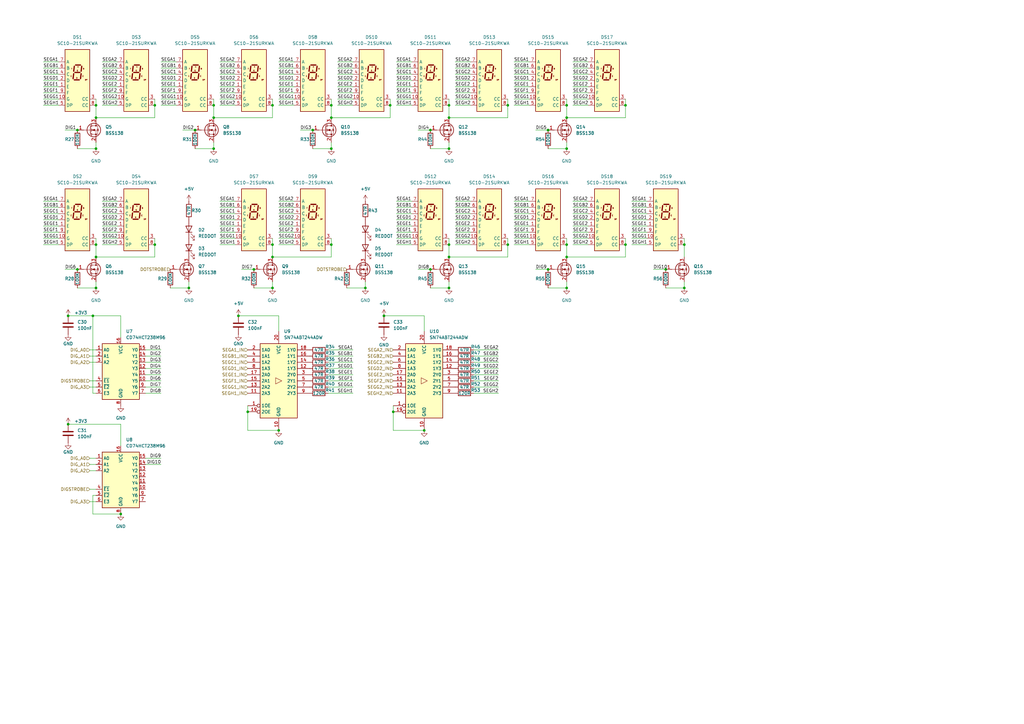
<source format=kicad_sch>
(kicad_sch (version 20250114) (generator "eeschema") (generator_version "9.0")
  (paper "A3")
  (junction (at 114.3 176.53))
  (junction (at 224.79 53.34))
  (junction (at 49.53 210.82))
  (junction (at 111.76 105.41))
  (junction (at 149.86 118.11))
  (junction (at 87.63 48.26))
  (junction (at 184.15 118.11))
  (junction (at 87.63 60.96))
  (junction (at 135.89 48.26))
  (junction (at 77.47 118.11))
  (junction (at 39.37 48.26))
  (junction (at 39.37 118.11))
  (junction (at 256.54 43.18))
  (junction (at 101.6 168.91))
  (junction (at 176.53 110.49))
  (junction (at 184.15 48.26))
  (junction (at 224.79 110.49))
  (junction (at 173.99 176.53))
  (junction (at 135.89 100.33))
  (junction (at 39.37 105.41))
  (junction (at 39.37 60.96))
  (junction (at 184.15 43.18))
  (junction (at 80.01 53.34))
  (junction (at 208.28 100.33))
  (junction (at 128.27 53.34))
  (junction (at 63.5 43.18))
  (junction (at 256.54 100.33))
  (junction (at 97.79 129.54))
  (junction (at 87.63 43.18))
  (junction (at 31.75 53.34))
  (junction (at 111.76 43.18))
  (junction (at 31.75 110.49))
  (junction (at 27.94 129.54))
  (junction (at 184.15 100.33))
  (junction (at 232.41 60.96))
  (junction (at 184.15 105.41))
  (junction (at 135.89 43.18))
  (junction (at 104.14 110.49))
  (junction (at 39.37 43.18))
  (junction (at 208.28 43.18))
  (junction (at 232.41 118.11))
  (junction (at 111.76 100.33))
  (junction (at 161.29 168.91))
  (junction (at 280.67 100.33))
  (junction (at 232.41 48.26))
  (junction (at 63.5 100.33))
  (junction (at 176.53 53.34))
  (junction (at 111.76 118.11))
  (junction (at 157.48 129.54))
  (junction (at 27.94 173.99))
  (junction (at 39.37 100.33))
  (junction (at 232.41 100.33))
  (junction (at 184.15 60.96))
  (junction (at 280.67 118.11))
  (junction (at 232.41 43.18))
  (junction (at 135.89 60.96))
  (junction (at 273.05 110.49))
  (junction (at 38.1 129.54))
  (junction (at 232.41 105.41))
  (junction (at 160.02 43.18))
  (wire (pts (xy 138.43 27.94) (xy 144.78 27.94)))
  (wire (pts (xy 232.41 97.79) (xy 232.41 100.33)))
  (wire (pts (xy 90.17 25.4) (xy 96.52 25.4)))
  (wire (pts (xy 17.78 82.55) (xy 24.13 82.55)))
  (wire (pts (xy 63.5 43.18) (xy 63.5 40.64)))
  (wire (pts (xy 232.41 40.64) (xy 232.41 43.18)))
  (wire (pts (xy 162.56 97.79) (xy 168.91 97.79)))
  (wire (pts (xy 49.53 173.99) (xy 49.53 182.88)))
  (wire (pts (xy 219.71 53.34) (xy 224.79 53.34)))
  (wire (pts (xy 90.17 95.25) (xy 96.52 95.25)))
  (wire (pts (xy 210.82 38.1) (xy 217.17 38.1)))
  (wire (pts (xy 210.82 90.17) (xy 217.17 90.17)))
  (wire (pts (xy 259.08 85.09) (xy 265.43 85.09)))
  (wire (pts (xy 184.15 100.33) (xy 184.15 105.41)))
  (wire (pts (xy 186.69 38.1) (xy 193.04 38.1)))
  (wire (pts (xy 90.17 38.1) (xy 96.52 38.1)))
  (wire (pts (xy 17.78 40.64) (xy 24.13 40.64)))
  (wire (pts (xy 162.56 40.64) (xy 168.91 40.64)))
  (wire (pts (xy 208.28 43.18) (xy 208.28 40.64)))
  (wire (pts (xy 90.17 35.56) (xy 96.52 35.56)))
  (wire (pts (xy 171.45 110.49) (xy 176.53 110.49)))
  (wire (pts (xy 134.62 161.29) (xy 144.78 161.29)))
  (wire (pts (xy 184.15 118.11) (xy 184.15 115.57)))
  (wire (pts (xy 186.69 82.55) (xy 193.04 82.55)))
  (wire (pts (xy 186.69 25.4) (xy 193.04 25.4)))
  (wire (pts (xy 256.54 97.79) (xy 256.54 100.33)))
  (wire (pts (xy 41.91 100.33) (xy 48.26 100.33)))
  (wire (pts (xy 161.29 168.91) (xy 161.29 176.53)))
  (wire (pts (xy 38.1 203.2) (xy 38.1 210.82)))
  (wire (pts (xy 194.31 158.75) (xy 204.47 158.75)))
  (wire (pts (xy 114.3 100.33) (xy 120.65 100.33)))
  (wire (pts (xy 90.17 87.63) (xy 96.52 87.63)))
  (wire (pts (xy 90.17 43.18) (xy 96.52 43.18)))
  (wire (pts (xy 114.3 43.18) (xy 120.65 43.18)))
  (wire (pts (xy 186.69 40.64) (xy 193.04 40.64)))
  (wire (pts (xy 90.17 40.64) (xy 96.52 40.64)))
  (wire (pts (xy 59.69 187.96) (xy 66.04 187.96)))
  (wire (pts (xy 186.69 85.09) (xy 193.04 85.09)))
  (wire (pts (xy 77.47 115.57) (xy 77.47 118.11)))
  (wire (pts (xy 111.76 100.33) (xy 111.76 105.41)))
  (wire (pts (xy 114.3 87.63) (xy 120.65 87.63)))
  (wire (pts (xy 194.31 146.05) (xy 204.47 146.05)))
  (wire (pts (xy 162.56 38.1) (xy 168.91 38.1)))
  (wire (pts (xy 234.95 92.71) (xy 241.3 92.71)))
  (wire (pts (xy 184.15 48.26) (xy 208.28 48.26)))
  (wire (pts (xy 138.43 38.1) (xy 144.78 38.1)))
  (wire (pts (xy 234.95 82.55) (xy 241.3 82.55)))
  (wire (pts (xy 63.5 48.26) (xy 63.5 43.18)))
  (wire (pts (xy 27.94 173.99) (xy 49.53 173.99)))
  (wire (pts (xy 138.43 43.18) (xy 144.78 43.18)))
  (wire (pts (xy 36.83 200.66) (xy 39.37 200.66)))
  (wire (pts (xy 186.69 92.71) (xy 193.04 92.71)))
  (wire (pts (xy 99.06 110.49) (xy 104.14 110.49)))
  (wire (pts (xy 17.78 85.09) (xy 24.13 85.09)))
  (wire (pts (xy 186.69 100.33) (xy 193.04 100.33)))
  (wire (pts (xy 128.27 60.96) (xy 135.89 60.96)))
  (wire (pts (xy 210.82 43.18) (xy 217.17 43.18)))
  (wire (pts (xy 160.02 48.26) (xy 160.02 43.18)))
  (wire (pts (xy 138.43 35.56) (xy 144.78 35.56)))
  (wire (pts (xy 59.69 153.67) (xy 66.04 153.67)))
  (wire (pts (xy 59.69 190.5) (xy 66.04 190.5)))
  (wire (pts (xy 36.83 148.59) (xy 39.37 148.59)))
  (wire (pts (xy 87.63 40.64) (xy 87.63 43.18)))
  (wire (pts (xy 161.29 166.37) (xy 161.29 168.91)))
  (wire (pts (xy 259.08 97.79) (xy 265.43 97.79)))
  (wire (pts (xy 157.48 129.54) (xy 173.99 129.54)))
  (wire (pts (xy 186.69 87.63) (xy 193.04 87.63)))
  (wire (pts (xy 208.28 97.79) (xy 208.28 100.33)))
  (wire (pts (xy 17.78 95.25) (xy 24.13 95.25)))
  (wire (pts (xy 210.82 95.25) (xy 217.17 95.25)))
  (wire (pts (xy 135.89 97.79) (xy 135.89 100.33)))
  (wire (pts (xy 59.69 148.59) (xy 66.04 148.59)))
  (wire (pts (xy 280.67 97.79) (xy 280.67 100.33)))
  (wire (pts (xy 111.76 40.64) (xy 111.76 43.18)))
  (wire (pts (xy 162.56 100.33) (xy 168.91 100.33)))
  (wire (pts (xy 184.15 40.64) (xy 184.15 43.18)))
  (wire (pts (xy 59.69 156.21) (xy 66.04 156.21)))
  (wire (pts (xy 17.78 87.63) (xy 24.13 87.63)))
  (wire (pts (xy 31.75 60.96) (xy 39.37 60.96)))
  (wire (pts (xy 186.69 97.79) (xy 193.04 97.79)))
  (wire (pts (xy 41.91 30.48) (xy 48.26 30.48)))
  (wire (pts (xy 31.75 118.11) (xy 39.37 118.11)))
  (wire (pts (xy 232.41 48.26) (xy 256.54 48.26)))
  (wire (pts (xy 256.54 100.33) (xy 256.54 105.41)))
  (wire (pts (xy 138.43 30.48) (xy 144.78 30.48)))
  (wire (pts (xy 38.1 210.82) (xy 49.53 210.82)))
  (wire (pts (xy 114.3 38.1) (xy 120.65 38.1)))
  (wire (pts (xy 59.69 143.51) (xy 66.04 143.51)))
  (wire (pts (xy 114.3 25.4) (xy 120.65 25.4)))
  (wire (pts (xy 149.86 115.57) (xy 149.86 118.11)))
  (wire (pts (xy 90.17 85.09) (xy 96.52 85.09)))
  (wire (pts (xy 142.24 118.11) (xy 149.86 118.11)))
  (wire (pts (xy 135.89 43.18) (xy 135.89 48.26)))
  (wire (pts (xy 66.04 43.18) (xy 72.39 43.18)))
  (wire (pts (xy 162.56 35.56) (xy 168.91 35.56)))
  (wire (pts (xy 87.63 43.18) (xy 87.63 48.26)))
  (wire (pts (xy 234.95 100.33) (xy 241.3 100.33)))
  (wire (pts (xy 234.95 85.09) (xy 241.3 85.09)))
  (wire (pts (xy 66.04 38.1) (xy 72.39 38.1)))
  (wire (pts (xy 210.82 92.71) (xy 217.17 92.71)))
  (wire (pts (xy 210.82 87.63) (xy 217.17 87.63)))
  (wire (pts (xy 90.17 90.17) (xy 96.52 90.17)))
  (wire (pts (xy 17.78 92.71) (xy 24.13 92.71)))
  (wire (pts (xy 161.29 176.53) (xy 173.99 176.53)))
  (wire (pts (xy 17.78 38.1) (xy 24.13 38.1)))
  (wire (pts (xy 97.79 129.54) (xy 114.3 129.54)))
  (wire (pts (xy 41.91 82.55) (xy 48.26 82.55)))
  (wire (pts (xy 66.04 30.48) (xy 72.39 30.48)))
  (wire (pts (xy 234.95 43.18) (xy 241.3 43.18)))
  (wire (pts (xy 280.67 118.11) (xy 280.67 115.57)))
  (wire (pts (xy 36.83 193.04) (xy 39.37 193.04)))
  (wire (pts (xy 224.79 60.96) (xy 232.41 60.96)))
  (wire (pts (xy 176.53 60.96) (xy 184.15 60.96)))
  (wire (pts (xy 39.37 48.26) (xy 63.5 48.26)))
  (wire (pts (xy 39.37 40.64) (xy 39.37 43.18)))
  (wire (pts (xy 111.76 105.41) (xy 135.89 105.41)))
  (wire (pts (xy 114.3 82.55) (xy 120.65 82.55)))
  (wire (pts (xy 90.17 82.55) (xy 96.52 82.55)))
  (wire (pts (xy 39.37 161.29) (xy 38.1 161.29)))
  (wire (pts (xy 90.17 100.33) (xy 96.52 100.33)))
  (wire (pts (xy 90.17 92.71) (xy 96.52 92.71)))
  (wire (pts (xy 186.69 43.18) (xy 193.04 43.18)))
  (wire (pts (xy 194.31 161.29) (xy 204.47 161.29)))
  (wire (pts (xy 49.53 129.54) (xy 49.53 138.43)))
  (wire (pts (xy 87.63 48.26) (xy 111.76 48.26)))
  (wire (pts (xy 194.31 148.59) (xy 204.47 148.59)))
  (wire (pts (xy 36.83 187.96) (xy 39.37 187.96)))
  (wire (pts (xy 232.41 43.18) (xy 232.41 48.26)))
  (wire (pts (xy 41.91 40.64) (xy 48.26 40.64)))
  (wire (pts (xy 134.62 143.51) (xy 144.78 143.51)))
  (wire (pts (xy 210.82 82.55) (xy 217.17 82.55)))
  (wire (pts (xy 41.91 97.79) (xy 48.26 97.79)))
  (wire (pts (xy 59.69 158.75) (xy 66.04 158.75)))
  (wire (pts (xy 26.67 110.49) (xy 31.75 110.49)))
  (wire (pts (xy 259.08 90.17) (xy 265.43 90.17)))
  (wire (pts (xy 162.56 25.4) (xy 168.91 25.4)))
  (wire (pts (xy 186.69 95.25) (xy 193.04 95.25)))
  (wire (pts (xy 184.15 97.79) (xy 184.15 100.33)))
  (wire (pts (xy 59.69 161.29) (xy 66.04 161.29)))
  (wire (pts (xy 256.54 40.64) (xy 256.54 43.18)))
  (wire (pts (xy 41.91 25.4) (xy 48.26 25.4)))
  (wire (pts (xy 194.31 151.13) (xy 204.47 151.13)))
  (wire (pts (xy 111.76 97.79) (xy 111.76 100.33)))
  (wire (pts (xy 36.83 146.05) (xy 39.37 146.05)))
  (wire (pts (xy 111.76 43.18) (xy 111.76 48.26)))
  (wire (pts (xy 69.85 118.11) (xy 77.47 118.11)))
  (wire (pts (xy 210.82 33.02) (xy 217.17 33.02)))
  (wire (pts (xy 17.78 33.02) (xy 24.13 33.02)))
  (wire (pts (xy 162.56 33.02) (xy 168.91 33.02)))
  (wire (pts (xy 38.1 129.54) (xy 38.1 161.29)))
  (wire (pts (xy 111.76 118.11) (xy 111.76 115.57)))
  (wire (pts (xy 41.91 87.63) (xy 48.26 87.63)))
  (wire (pts (xy 194.31 153.67) (xy 204.47 153.67)))
  (wire (pts (xy 39.37 100.33) (xy 39.37 105.41)))
  (wire (pts (xy 184.15 105.41) (xy 208.28 105.41)))
  (wire (pts (xy 17.78 30.48) (xy 24.13 30.48)))
  (wire (pts (xy 134.62 148.59) (xy 144.78 148.59)))
  (wire (pts (xy 101.6 176.53) (xy 114.3 176.53)))
  (wire (pts (xy 259.08 92.71) (xy 265.43 92.71)))
  (wire (pts (xy 63.5 100.33) (xy 63.5 105.41)))
  (wire (pts (xy 186.69 27.94) (xy 193.04 27.94)))
  (wire (pts (xy 186.69 30.48) (xy 193.04 30.48)))
  (wire (pts (xy 123.19 53.34) (xy 128.27 53.34)))
  (wire (pts (xy 186.69 33.02) (xy 193.04 33.02)))
  (wire (pts (xy 41.91 27.94) (xy 48.26 27.94)))
  (wire (pts (xy 234.95 27.94) (xy 241.3 27.94)))
  (wire (pts (xy 41.91 90.17) (xy 48.26 90.17)))
  (wire (pts (xy 90.17 33.02) (xy 96.52 33.02)))
  (wire (pts (xy 17.78 90.17) (xy 24.13 90.17)))
  (wire (pts (xy 210.82 25.4) (xy 217.17 25.4)))
  (wire (pts (xy 114.3 27.94) (xy 120.65 27.94)))
  (wire (pts (xy 259.08 87.63) (xy 265.43 87.63)))
  (wire (pts (xy 184.15 60.96) (xy 184.15 58.42)))
  (wire (pts (xy 114.3 33.02) (xy 120.65 33.02)))
  (wire (pts (xy 234.95 35.56) (xy 241.3 35.56)))
  (wire (pts (xy 210.82 100.33) (xy 217.17 100.33)))
  (wire (pts (xy 234.95 33.02) (xy 241.3 33.02)))
  (wire (pts (xy 259.08 95.25) (xy 265.43 95.25)))
  (wire (pts (xy 176.53 118.11) (xy 184.15 118.11)))
  (wire (pts (xy 36.83 143.51) (xy 39.37 143.51)))
  (wire (pts (xy 90.17 97.79) (xy 96.52 97.79)))
  (wire (pts (xy 234.95 40.64) (xy 241.3 40.64)))
  (wire (pts (xy 66.04 33.02) (xy 72.39 33.02)))
  (wire (pts (xy 41.91 38.1) (xy 48.26 38.1)))
  (wire (pts (xy 17.78 35.56) (xy 24.13 35.56)))
  (wire (pts (xy 104.14 118.11) (xy 111.76 118.11)))
  (wire (pts (xy 234.95 90.17) (xy 241.3 90.17)))
  (wire (pts (xy 59.69 151.13) (xy 66.04 151.13)))
  (wire (pts (xy 90.17 27.94) (xy 96.52 27.94)))
  (wire (pts (xy 59.69 146.05) (xy 66.04 146.05)))
  (wire (pts (xy 138.43 40.64) (xy 144.78 40.64)))
  (wire (pts (xy 134.62 153.67) (xy 144.78 153.67)))
  (wire (pts (xy 234.95 87.63) (xy 241.3 87.63)))
  (wire (pts (xy 162.56 85.09) (xy 168.91 85.09)))
  (wire (pts (xy 234.95 95.25) (xy 241.3 95.25)))
  (wire (pts (xy 114.3 129.54) (xy 114.3 135.89)))
  (wire (pts (xy 66.04 40.64) (xy 72.39 40.64)))
  (wire (pts (xy 162.56 30.48) (xy 168.91 30.48)))
  (wire (pts (xy 39.37 203.2) (xy 38.1 203.2)))
  (wire (pts (xy 171.45 53.34) (xy 176.53 53.34)))
  (wire (pts (xy 36.83 190.5) (xy 39.37 190.5)))
  (wire (pts (xy 114.3 40.64) (xy 120.65 40.64)))
  (wire (pts (xy 17.78 100.33) (xy 24.13 100.33)))
  (wire (pts (xy 224.79 118.11) (xy 232.41 118.11)))
  (wire (pts (xy 39.37 105.41) (xy 63.5 105.41)))
  (wire (pts (xy 26.67 53.34) (xy 31.75 53.34)))
  (wire (pts (xy 101.6 168.91) (xy 101.6 176.53)))
  (wire (pts (xy 66.04 25.4) (xy 72.39 25.4)))
  (wire (pts (xy 74.93 53.34) (xy 80.01 53.34)))
  (wire (pts (xy 210.82 30.48) (xy 217.17 30.48)))
  (wire (pts (xy 114.3 85.09) (xy 120.65 85.09)))
  (wire (pts (xy 219.71 110.49) (xy 224.79 110.49)))
  (wire (pts (xy 232.41 100.33) (xy 232.41 105.41)))
  (wire (pts (xy 39.37 97.79) (xy 39.37 100.33)))
  (wire (pts (xy 210.82 35.56) (xy 217.17 35.56)))
  (wire (pts (xy 17.78 25.4) (xy 24.13 25.4)))
  (wire (pts (xy 41.91 85.09) (xy 48.26 85.09)))
  (wire (pts (xy 114.3 97.79) (xy 120.65 97.79)))
  (wire (pts (xy 162.56 95.25) (xy 168.91 95.25)))
  (wire (pts (xy 134.62 158.75) (xy 144.78 158.75)))
  (wire (pts (xy 234.95 38.1) (xy 241.3 38.1)))
  (wire (pts (xy 259.08 82.55) (xy 265.43 82.55)))
  (wire (pts (xy 138.43 33.02) (xy 144.78 33.02)))
  (wire (pts (xy 173.99 129.54) (xy 173.99 135.89)))
  (wire (pts (xy 134.62 151.13) (xy 144.78 151.13)))
  (wire (pts (xy 17.78 27.94) (xy 24.13 27.94)))
  (wire (pts (xy 210.82 27.94) (xy 217.17 27.94)))
  (wire (pts (xy 41.91 33.02) (xy 48.26 33.02)))
  (wire (pts (xy 208.28 48.26) (xy 208.28 43.18)))
  (wire (pts (xy 39.37 118.11) (xy 39.37 115.57)))
  (wire (pts (xy 256.54 43.18) (xy 256.54 48.26)))
  (wire (pts (xy 41.91 43.18) (xy 48.26 43.18)))
  (wire (pts (xy 184.15 43.18) (xy 184.15 48.26)))
  (wire (pts (xy 234.95 30.48) (xy 241.3 30.48)))
  (wire (pts (xy 162.56 43.18) (xy 168.91 43.18)))
  (wire (pts (xy 208.28 100.33) (xy 208.28 105.41)))
  (wire (pts (xy 41.91 95.25) (xy 48.26 95.25)))
  (wire (pts (xy 232.41 60.96) (xy 232.41 58.42)))
  (wire (pts (xy 259.08 100.33) (xy 265.43 100.33)))
  (wire (pts (xy 17.78 97.79) (xy 24.13 97.79)))
  (wire (pts (xy 38.1 129.54) (xy 49.53 129.54)))
  (wire (pts (xy 186.69 90.17) (xy 193.04 90.17)))
  (wire (pts (xy 162.56 82.55) (xy 168.91 82.55)))
  (wire (pts (xy 90.17 30.48) (xy 96.52 30.48)))
  (wire (pts (xy 267.97 110.49) (xy 273.05 110.49)))
  (wire (pts (xy 41.91 92.71) (xy 48.26 92.71)))
  (wire (pts (xy 134.62 156.21) (xy 144.78 156.21)))
  (wire (pts (xy 114.3 95.25) (xy 120.65 95.25)))
  (wire (pts (xy 80.01 60.96) (xy 87.63 60.96)))
  (wire (pts (xy 234.95 97.79) (xy 241.3 97.79)))
  (wire (pts (xy 234.95 25.4) (xy 241.3 25.4)))
  (wire (pts (xy 17.78 43.18) (xy 24.13 43.18)))
  (wire (pts (xy 210.82 85.09) (xy 217.17 85.09)))
  (wire (pts (xy 114.3 92.71) (xy 120.65 92.71)))
  (wire (pts (xy 134.62 146.05) (xy 144.78 146.05)))
  (wire (pts (xy 66.04 27.94) (xy 72.39 27.94)))
  (wire (pts (xy 273.05 118.11) (xy 280.67 118.11)))
  (wire (pts (xy 135.89 40.64) (xy 135.89 43.18)))
  (wire (pts (xy 232.41 118.11) (xy 232.41 115.57)))
  (wire (pts (xy 87.63 60.96) (xy 87.63 58.42)))
  (wire (pts (xy 280.67 100.33) (xy 280.67 105.41)))
  (wire (pts (xy 232.41 105.41) (xy 256.54 105.41)))
  (wire (pts (xy 36.83 156.21) (xy 39.37 156.21)))
  (wire (pts (xy 114.3 35.56) (xy 120.65 35.56)))
  (wire (pts (xy 160.02 43.18) (xy 160.02 40.64)))
  (wire (pts (xy 162.56 90.17) (xy 168.91 90.17)))
  (wire (pts (xy 39.37 43.18) (xy 39.37 48.26)))
  (wire (pts (xy 63.5 97.79) (xy 63.5 100.33)))
  (wire (pts (xy 210.82 97.79) (xy 217.17 97.79)))
  (wire (pts (xy 186.69 35.56) (xy 193.04 35.56)))
  (wire (pts (xy 162.56 87.63) (xy 168.91 87.63)))
  (wire (pts (xy 135.89 48.26) (xy 160.02 48.26)))
  (wire (pts (xy 39.37 60.96) (xy 39.37 58.42)))
  (wire (pts (xy 138.43 25.4) (xy 144.78 25.4)))
  (wire (pts (xy 36.83 205.74) (xy 39.37 205.74)))
  (wire (pts (xy 36.83 158.75) (xy 39.37 158.75)))
  (wire (pts (xy 135.89 60.96) (xy 135.89 58.42)))
  (wire (pts (xy 162.56 27.94) (xy 168.91 27.94)))
  (wire (pts (xy 114.3 30.48) (xy 120.65 30.48)))
  (wire (pts (xy 194.31 143.51) (xy 204.47 143.51)))
  (wire (pts (xy 135.89 100.33) (xy 135.89 105.41)))
  (wire (pts (xy 101.6 166.37) (xy 101.6 168.91)))
  (wire (pts (xy 66.04 35.56) (xy 72.39 35.56)))
  (wire (pts (xy 41.91 35.56) (xy 48.26 35.56)))
  (wire (pts (xy 162.56 92.71) (xy 168.91 92.71)))
  (wire (pts (xy 114.3 90.17) (xy 120.65 90.17)))
  (wire (pts (xy 27.94 129.54) (xy 38.1 129.54)))
  (wire (pts (xy 194.31 156.21) (xy 204.47 156.21)))
  (wire (pts (xy 210.82 40.64) (xy 217.17 40.64)))
  (label "SEGH2" (at 90.17 43.18 0))
  (label "SEGG2" (at 186.69 97.79 0))
  (label "SEGF1" (at 17.78 38.1 0))
  (label "SEGF2" (at 41.91 38.1 0))
  (label "SEGA2" (at 204.47 143.51 180))
  (label "SEGF2" (at 204.47 156.21 180))
  (label "DIG5" (at 219.71 53.34 0))
  (label "SEGB2" (at 204.47 146.05 180))
  (label "SEGA1" (at 210.82 82.55 0))
  (label "SEGE1" (at 66.04 35.56 0))
  (label "SEGB1" (at 210.82 27.94 0))
  (label "SEGE2" (at 114.3 92.71 0))
  (label "DIG10" (at 66.04 190.5 180))
  (label "SEGF2" (at 114.3 95.25 0))
  (label "SEGC1" (at 162.56 87.63 0))
  (label "SEGD2" (at 90.17 33.02 0))
  (label "SEGA1" (at 162.56 82.55 0))
  (label "SEGA2" (at 138.43 25.4 0))
  (label "SEGA1" (at 90.17 82.55 0))
  (label "SEGH2" (at 234.95 100.33 0))
  (label "SEGF1" (at 144.78 156.21 180))
  (label "SEGB1" (at 259.08 85.09 0))
  (label "SEGB1" (at 17.78 85.09 0))
  (label "SEGE2" (at 138.43 35.56 0))
  (label "SEGE2" (at 186.69 35.56 0))
  (label "SEGF1" (at 162.56 38.1 0))
  (label "SEGB2" (at 114.3 85.09 0))
  (label "SEGB2" (at 41.91 27.94 0))
  (label "SEGG2" (at 204.47 158.75 180))
  (label "SEGC1" (at 114.3 30.48 0))
  (label "SEGA1" (at 162.56 25.4 0))
  (label "DIG4" (at 171.45 53.34 0))
  (label "SEGH2" (at 186.69 100.33 0))
  (label "SEGB2" (at 186.69 27.94 0))
  (label "SEGE2" (at 90.17 35.56 0))
  (label "SEGC1" (at 17.78 87.63 0))
  (label "SEGA2" (at 114.3 82.55 0))
  (label "SEGD2" (at 138.43 33.02 0))
  (label "SEGC2" (at 41.91 87.63 0))
  (label "DIG3" (at 66.04 148.59 180))
  (label "SEGC2" (at 186.69 30.48 0))
  (label "SEGA1" (at 259.08 82.55 0))
  (label "SEGE2" (at 186.69 92.71 0))
  (label "SEGC2" (at 114.3 87.63 0))
  (label "DIG2" (at 66.04 146.05 180))
  (label "SEGE1" (at 17.78 92.71 0))
  (label "SEGH2" (at 234.95 43.18 0))
  (label "SEGD1" (at 259.08 90.17 0))
  (label "SEGB1" (at 66.04 27.94 0))
  (label "SEGD2" (at 234.95 33.02 0))
  (label "SEGB1" (at 162.56 85.09 0))
  (label "SEGE2" (at 234.95 35.56 0))
  (label "SEGB2" (at 138.43 27.94 0))
  (label "SEGA2" (at 186.69 25.4 0))
  (label "SEGE1" (at 17.78 35.56 0))
  (label "SEGC1" (at 90.17 87.63 0))
  (label "SEGA2" (at 186.69 82.55 0))
  (label "SEGC2" (at 234.95 87.63 0))
  (label "SEGB2" (at 186.69 85.09 0))
  (label "DIG10" (at 267.97 110.49 0))
  (label "SEGE2" (at 204.47 153.67 180))
  (label "SEGG1" (at 210.82 97.79 0))
  (label "SEGB2" (at 90.17 27.94 0))
  (label "DIG9" (at 66.04 187.96 180))
  (label "SEGF1" (at 66.04 38.1 0))
  (label "SEGH1" (at 17.78 43.18 0))
  (label "SEGD2" (at 41.91 33.02 0))
  (label "SEGB2" (at 234.95 27.94 0))
  (label "DIG7" (at 99.06 110.49 0))
  (label "SEGA1" (at 144.78 143.51 180))
  (label "SEGA2" (at 234.95 82.55 0))
  (label "SEGG1" (at 162.56 40.64 0))
  (label "SEGH1" (at 259.08 100.33 0))
  (label "SEGD1" (at 144.78 151.13 180))
  (label "DIG4" (at 66.04 151.13 180))
  (label "SEGE1" (at 144.78 153.67 180))
  (label "SEGA2" (at 41.91 82.55 0))
  (label "SEGB1" (at 114.3 27.94 0))
  (label "SEGH1" (at 90.17 100.33 0))
  (label "SEGC1" (at 210.82 87.63 0))
  (label "SEGF1" (at 259.08 95.25 0))
  (label "DIG8" (at 171.45 110.49 0))
  (label "SEGG2" (at 234.95 40.64 0))
  (label "SEGC1" (at 162.56 30.48 0))
  (label "SEGC2" (at 204.47 148.59 180))
  (label "SEGD1" (at 210.82 90.17 0))
  (label "SEGC2" (at 138.43 30.48 0))
  (label "SEGG2" (at 114.3 97.79 0))
  (label "SEGH1" (at 210.82 43.18 0))
  (label "SEGA2" (at 41.91 25.4 0))
  (label "SEGE1" (at 162.56 92.71 0))
  (label "SEGG1" (at 17.78 40.64 0))
  (label "SEGF2" (at 186.69 95.25 0))
  (label "SEGB2" (at 234.95 85.09 0))
  (label "SEGC1" (at 210.82 30.48 0))
  (label "SEGB1" (at 17.78 27.94 0))
  (label "SEGC2" (at 186.69 87.63 0))
  (label "SEGE1" (at 259.08 92.71 0))
  (label "SEGG2" (at 41.91 97.79 0))
  (label "SEGD2" (at 234.95 90.17 0))
  (label "SEGB1" (at 162.56 27.94 0))
  (label "SEGG1" (at 114.3 40.64 0))
  (label "SEGE2" (at 41.91 35.56 0))
  (label "SEGH2" (at 41.91 43.18 0))
  (label "SEGA2" (at 90.17 25.4 0))
  (label "DIG6" (at 26.67 110.49 0))
  (label "SEGG1" (at 210.82 40.64 0))
  (label "SEGG1" (at 259.08 97.79 0))
  (label "SEGC1" (at 259.08 87.63 0))
  (label "SEGD1" (at 17.78 33.02 0))
  (label "SEGF2" (at 186.69 38.1 0))
  (label "SEGG1" (at 162.56 97.79 0))
  (label "SEGD1" (at 114.3 33.02 0))
  (label "SEGD2" (at 114.3 90.17 0))
  (label "SEGH2" (at 186.69 43.18 0))
  (label "SEGE1" (at 210.82 35.56 0))
  (label "SEGG2" (at 41.91 40.64 0))
  (label "SEGC1" (at 144.78 148.59 180))
  (label "DIG9" (at 219.71 110.49 0))
  (label "SEGF2" (at 234.95 95.25 0))
  (label "DIG5" (at 66.04 153.67 180))
  (label "SEGG2" (at 90.17 40.64 0))
  (label "SEGF2" (at 138.43 38.1 0))
  (label "SEGA1" (at 210.82 25.4 0))
  (label "SEGF1" (at 114.3 38.1 0))
  (label "SEGD1" (at 17.78 90.17 0))
  (label "DIG1" (at 26.67 53.34 0))
  (label "SEGF2" (at 234.95 38.1 0))
  (label "SEGH2" (at 41.91 100.33 0))
  (label "SEGF1" (at 210.82 95.25 0))
  (label "SEGF1" (at 162.56 95.25 0))
  (label "SEGH1" (at 114.3 43.18 0))
  (label "SEGD2" (at 41.91 90.17 0))
  (label "SEGD1" (at 162.56 33.02 0))
  (label "SEGC2" (at 234.95 30.48 0))
  (label "DIG8" (at 66.04 161.29 180))
  (label "SEGF2" (at 90.17 38.1 0))
  (label "DIG2" (at 74.93 53.34 0))
  (label "SEGB1" (at 210.82 85.09 0))
  (label "SEGD1" (at 90.17 90.17 0))
  (label "SEGH1" (at 162.56 43.18 0))
  (label "DIG6" (at 66.04 156.21 180))
  (label "SEGH1" (at 162.56 100.33 0))
  (label "SEGE1" (at 90.17 92.71 0))
  (label "SEGF1" (at 90.17 95.25 0))
  (label "SEGF1" (at 210.82 38.1 0))
  (label "SEGA1" (at 114.3 25.4 0))
  (label "SEGC2" (at 41.91 30.48 0))
  (label "SEGA1" (at 66.04 25.4 0))
  (label "SEGH2" (at 204.47 161.29 180))
  (label "SEGD2" (at 186.69 33.02 0))
  (label "SEGE2" (at 41.91 92.71 0))
  (label "SEGG2" (at 138.43 40.64 0))
  (label "SEGC1" (at 17.78 30.48 0))
  (label "SEGD1" (at 210.82 33.02 0))
  (label "SEGE2" (at 234.95 92.71 0))
  (label "SEGE1" (at 210.82 92.71 0))
  (label "SEGB2" (at 41.91 85.09 0))
  (label "SEGE1" (at 114.3 35.56 0))
  (label "SEGC1" (at 66.04 30.48 0))
  (label "SEGC2" (at 90.17 30.48 0))
  (label "SEGD1" (at 66.04 33.02 0))
  (label "SEGG1" (at 66.04 40.64 0))
  (label "SEGB1" (at 144.78 146.05 180))
  (label "SEGA1" (at 17.78 82.55 0))
  (label "SEGG2" (at 186.69 40.64 0))
  (label "SEGH2" (at 114.3 100.33 0))
  (label "SEGB1" (at 90.17 85.09 0))
  (label "SEGG1" (at 144.78 158.75 180))
  (label "SEGH1" (at 17.78 100.33 0))
  (label "SEGE1" (at 162.56 35.56 0))
  (label "SEGG2" (at 234.95 97.79 0))
  (label "DIG3" (at 123.19 53.34 0))
  (label "SEGA2" (at 234.95 25.4 0))
  (label "SEGF2" (at 41.91 95.25 0))
  (label "SEGH1" (at 210.82 100.33 0))
  (label "SEGD2" (at 204.47 151.13 180))
  (label "SEGH1" (at 66.04 43.18 0))
  (label "SEGF1" (at 17.78 95.25 0))
  (label "SEGH2" (at 138.43 43.18 0))
  (label "SEGH1" (at 144.78 161.29 180))
  (label "DIG7" (at 66.04 158.75 180))
  (label "SEGA1" (at 17.78 25.4 0))
  (label "SEGD1" (at 162.56 90.17 0))
  (label "SEGG1" (at 17.78 97.79 0))
  (label "DIG1" (at 66.04 143.51 180))
  (label "SEGG1" (at 90.17 97.79 0))
  (label "SEGD2" (at 186.69 90.17 0))
  (hierarchical_label "DIG_A2" (shape input) (at 36.83 193.04 180))
  (hierarchical_label "DIGSTROBE" (shape input) (at 36.83 156.21 180))
  (hierarchical_label "SEGG2_IN" (shape input) (at 161.29 158.75 180))
  (hierarchical_label "SEGC1_IN" (shape input) (at 101.6 148.59 180))
  (hierarchical_label "SEGD2_IN" (shape input) (at 161.29 151.13 180))
  (hierarchical_label "SEGD1_IN" (shape input) (at 101.6 151.13 180))
  (hierarchical_label "SEGB1_IN" (shape input) (at 101.6 146.05 180))
  (hierarchical_label "SEGG1_IN" (shape input) (at 101.6 158.75 180))
  (hierarchical_label "DIG_A2" (shape input) (at 36.83 148.59 180))
  (hierarchical_label "SEGA1_IN" (shape input) (at 101.6 143.51 180))
  (hierarchical_label "DIG_A1" (shape input) (at 36.83 190.5 180))
  (hierarchical_label "SEGE2_IN" (shape input) (at 161.29 153.67 180))
  (hierarchical_label "DIG_A3" (shape input) (at 36.83 205.74 180))
  (hierarchical_label "SEGE1_IN" (shape input) (at 101.6 153.67 180))
  (hierarchical_label "DIGSTROBE" (shape input) (at 36.83 200.66 180))
  (hierarchical_label "SEGH1_IN" (shape input) (at 101.6 161.29 180))
  (hierarchical_label "SEGH2_IN" (shape input) (at 161.29 161.29 180))
  (hierarchical_label "DIG_A3" (shape input) (at 36.83 158.75 180))
  (hierarchical_label "SEGF2_IN" (shape input) (at 161.29 156.21 180))
  (hierarchical_label "DIG_A1" (shape input) (at 36.83 146.05 180))
  (hierarchical_label "DOTSTROBE" (shape input) (at 69.85 110.49 180))
  (hierarchical_label "DIG_A0" (shape input) (at 36.83 187.96 180))
  (hierarchical_label "DOTSTROBE" (shape input) (at 142.24 110.49 180))
  (hierarchical_label "SEGB2_IN" (shape input) (at 161.29 146.05 180))
  (hierarchical_label "SEGC2_IN" (shape input) (at 161.29 148.59 180))
  (hierarchical_label "SEGA2_IN" (shape input) (at 161.29 143.51 180))
  (hierarchical_label "DIG_A0" (shape input) (at 36.83 143.51 180))
  (hierarchical_label "SEGF1_IN" (shape input) (at 101.6 156.21 180))
  (symbol (lib_id "Transistor_FET:BSS138") (at 36.83 110.49 0) (unit 1)
    (property "Reference" "Q6" (at 43.18 109.2199 0) (effects (justify left)))
    (property "Value" "BSS138" (at 43.18 111.7599 0) (effects (justify left)))
    (property "Footprint" "Package_TO_SOT_SMD:SOT-23" (effects (hide yes)))
    (property "Datasheet" "https://www.onsemi.com/pub/Collateral/BSS138-D.PDF" (effects (hide yes)))
    (property "Description" "50V Vds, 0.22A Id, N-Channel MOSFET, SOT-23" (effects (hide yes)))
  )
  (symbol (lib_id "Device:R") (at 176.53 57.15 0) (unit 1)
    (property "Reference" "R44" (at 175.26 57.15 0) (effects (justify right)))
    (property "Value" "100K" (at 176.53 57.15 90))
    (property "Footprint" "Resistor_SMD:R_0402_1005Metric" (effects (hide yes)))
    (property "Description" "Resistor" (effects (hide yes)))
  )
  (symbol (lib_id "Device:R") (at 128.27 57.15 0) (unit 1)
    (property "Reference" "R33" (at 127 57.15 0) (effects (justify right)))
    (property "Value" "100K" (at 128.27 57.15 90))
    (property "Footprint" "Resistor_SMD:R_0402_1005Metric" (effects (hide yes)))
    (property "Description" "Resistor" (effects (hide yes)))
  )
  (symbol (lib_id "power:GND") (at 114.3 176.53 0) (unit 1)
    (property "Reference" "#PWR067" (effects (hide yes)))
    (property "Value" "GND" (at 114.3 181.61 0))
    (property "Description" "Power symbol creates a global label with name \"GND\" , ground" (effects (hide yes)))
  )
  (symbol (lib_id "Device:R") (at 77.47 86.36 180) (unit 1)
    (property "Reference" "R30" (at 80.518 86.36 0))
    (property "Value" "47R" (at 77.47 86.36 90))
    (property "Footprint" "Resistor_SMD:R_0402_1005Metric" (effects (hide yes)))
    (property "Description" "Resistor" (effects (hide yes)))
  )
  (symbol (lib_id "power:+5V") (at 97.79 129.54 0) (unit 1)
    (property "Reference" "#PWR064" (effects (hide yes)))
    (property "Value" "+5V" (at 97.79 124.46 0))
    (property "Description" "Power symbol creates a global label with name \"+5V\"" (effects (hide yes)))
  )
  (symbol (lib_id "power:+5V") (at 157.48 129.54 0) (unit 1)
    (property "Reference" "#PWR071" (effects (hide yes)))
    (property "Value" "+5V" (at 157.48 124.46 0))
    (property "Description" "Power symbol creates a global label with name \"+5V\"" (effects (hide yes)))
  )
  (symbol (lib_id "power:GND") (at 157.48 137.16 0) (unit 1)
    (property "Reference" "#PWR072" (effects (hide yes)))
    (property "Value" "GND" (at 157.48 141.478 0))
    (property "Description" "Power symbol creates a global label with name \"GND\" , ground" (effects (hide yes)))
  )
  (symbol (lib_id "7Segment:SC10-21SURKWA") (at 55.88 77.47 0) (unit 1)
    (property "Reference" "DS4" (at 55.88 72.39 0))
    (property "Value" "SC10-21SURKWA" (at 55.88 74.93 0))
    (property "Footprint" "Display_Custom:SC10-21SURKWA" (effects (hide yes)))
  )
  (symbol (lib_id "Device:R") (at 130.81 148.59 90) (unit 1)
    (property "Reference" "R36" (at 135.382 147.32 90))
    (property "Value" "47R" (at 130.81 148.59 90))
    (property "Footprint" "Resistor_SMD:R_0402_1005Metric" (effects (hide yes)))
    (property "Description" "Resistor" (effects (hide yes)))
  )
  (symbol (lib_id "Transistor_FET:BSS138") (at 74.93 110.49 0) (unit 1)
    (property "Reference" "Q7" (at 81.28 109.2199 0) (effects (justify left)))
    (property "Value" "BSS138" (at 81.28 111.7599 0) (effects (justify left)))
    (property "Footprint" "Package_TO_SOT_SMD:SOT-23" (effects (hide yes)))
    (property "Datasheet" "https://www.onsemi.com/pub/Collateral/BSS138-D.PDF" (effects (hide yes)))
    (property "Description" "50V Vds, 0.22A Id, N-Channel MOSFET, SOT-23" (effects (hide yes)))
  )
  (symbol (lib_id "74xx:74HC244") (at 114.3 156.21 0) (unit 1)
    (property "Reference" "U9" (at 116.4433 135.89 0) (effects (justify left)))
    (property "Value" "SN74ABT244ADW" (at 116.4433 138.43 0) (effects (justify left)))
    (property "Footprint" "Package_SO:SOIC-20W_7.5x12.8mm_P1.27mm" (effects (hide yes)))
    (property "Datasheet" "https://assets.nexperia.com/documents/data-sheet/74HC_HCT244.pdf" (effects (hide yes)))
    (property "Description" "8-bit Buffer/Line Driver 3-state" (effects (hide yes)))
  )
  (symbol (lib_id "Transistor_FET:BSS138") (at 181.61 110.49 0) (unit 1)
    (property "Reference" "Q13" (at 187.96 109.2199 0) (effects (justify left)))
    (property "Value" "BSS138" (at 187.96 111.7599 0) (effects (justify left)))
    (property "Footprint" "Package_TO_SOT_SMD:SOT-23" (effects (hide yes)))
    (property "Datasheet" "https://www.onsemi.com/pub/Collateral/BSS138-D.PDF" (effects (hide yes)))
    (property "Description" "50V Vds, 0.22A Id, N-Channel MOSFET, SOT-23" (effects (hide yes)))
  )
  (symbol (lib_id "Device:R") (at 190.5 161.29 90) (unit 1)
    (property "Reference" "R53" (at 195.072 160.02 90))
    (property "Value" "120R" (at 190.5 161.29 90))
    (property "Footprint" "Resistor_SMD:R_0402_1005Metric" (effects (hide yes)))
    (property "Description" "Resistor" (effects (hide yes)))
  )
  (symbol (lib_id "Device:R") (at 190.5 148.59 90) (unit 1)
    (property "Reference" "R48" (at 195.072 147.32 90))
    (property "Value" "47R" (at 190.5 148.59 90))
    (property "Footprint" "Resistor_SMD:R_0402_1005Metric" (effects (hide yes)))
    (property "Description" "Resistor" (effects (hide yes)))
  )
  (symbol (lib_id "Device:R") (at 190.5 156.21 90) (unit 1)
    (property "Reference" "R51" (at 195.072 154.94 90))
    (property "Value" "47R" (at 190.5 156.21 90))
    (property "Footprint" "Resistor_SMD:R_0402_1005Metric" (effects (hide yes)))
    (property "Description" "Resistor" (effects (hide yes)))
  )
  (symbol (lib_id "Device:R") (at 130.81 143.51 90) (unit 1)
    (property "Reference" "R34" (at 135.382 142.24 90))
    (property "Value" "47R" (at 130.81 143.51 90))
    (property "Footprint" "Resistor_SMD:R_0402_1005Metric" (effects (hide yes)))
    (property "Description" "Resistor" (effects (hide yes)))
  )
  (symbol (lib_id "74xx:74HC238") (at 49.53 198.12 0) (unit 1)
    (property "Reference" "U8" (at 51.6733 180.34 0) (effects (justify left)))
    (property "Value" "CD74HCT238M96" (at 51.6733 182.88 0) (effects (justify left)))
    (property "Footprint" "Package_SO:SOIC-16_3.9x9.9mm_P1.27mm" (effects (hide yes)))
    (property "Datasheet" "https://www.ti.com/lit/ds/symlink/cd74hc238.pdf" (effects (hide yes)))
    (property "Description" "3-to-8 line decoder/multiplexer, DIP-16/SOIC-16/SSOP-16" (effects (hide yes)))
  )
  (symbol (lib_id "Transistor_FET:BSS138") (at 229.87 53.34 0) (unit 1)
    (property "Reference" "Q14" (at 236.22 52.0699 0) (effects (justify left)))
    (property "Value" "BSS138" (at 236.22 54.6099 0) (effects (justify left)))
    (property "Footprint" "Package_TO_SOT_SMD:SOT-23" (effects (hide yes)))
    (property "Datasheet" "https://www.onsemi.com/pub/Collateral/BSS138-D.PDF" (effects (hide yes)))
    (property "Description" "50V Vds, 0.22A Id, N-Channel MOSFET, SOT-23" (effects (hide yes)))
  )
  (symbol (lib_id "power:GND") (at 49.53 210.82 0) (unit 1)
    (property "Reference" "#PWR060" (effects (hide yes)))
    (property "Value" "GND" (at 49.53 215.9 0))
    (property "Description" "Power symbol creates a global label with name \"GND\" , ground" (effects (hide yes)))
  )
  (symbol (lib_id "power:+5V") (at 27.94 129.54 0) (unit 1)
    (property "Reference" "#PWR053" (effects (hide yes)))
    (property "Value" "+3V3" (at 30.48 128.2699 0) (effects (justify left)))
    (property "Description" "Power symbol creates a global label with name \"+5V\"" (effects (hide yes)))
  )
  (symbol (lib_id "power:GND") (at 87.63 60.96 0) (unit 1)
    (property "Reference" "#PWR063" (effects (hide yes)))
    (property "Value" "GND" (at 87.63 66.04 0))
    (property "Description" "Power symbol creates a global label with name \"GND\" , ground" (effects (hide yes)))
  )
  (symbol (lib_id "Device:R") (at 130.81 151.13 90) (unit 1)
    (property "Reference" "R37" (at 135.382 149.86 90))
    (property "Value" "47R" (at 130.81 151.13 90))
    (property "Footprint" "Resistor_SMD:R_0402_1005Metric" (effects (hide yes)))
    (property "Description" "Resistor" (effects (hide yes)))
  )
  (symbol (lib_id "power:GND") (at 39.37 60.96 0) (unit 1)
    (property "Reference" "#PWR057" (effects (hide yes)))
    (property "Value" "GND" (at 39.37 66.04 0))
    (property "Description" "Power symbol creates a global label with name \"GND\" , ground" (effects (hide yes)))
  )
  (symbol (lib_id "Device:R") (at 130.81 146.05 90) (unit 1)
    (property "Reference" "R35" (at 135.382 144.78 90))
    (property "Value" "47R" (at 130.81 146.05 90))
    (property "Footprint" "Resistor_SMD:R_0402_1005Metric" (effects (hide yes)))
    (property "Description" "Resistor" (effects (hide yes)))
  )
  (symbol (lib_id "Device:C") (at 27.94 177.8 0) (unit 1)
    (property "Reference" "C31" (at 31.75 176.5299 0) (effects (justify left)))
    (property "Value" "100nF" (at 31.75 179.0699 0) (effects (justify left)))
    (property "Footprint" "Capacitor_SMD:C_0402_1005Metric" (effects (hide yes)))
    (property "Description" "Unpolarized capacitor" (effects (hide yes)))
  )
  (symbol (lib_id "Device:LED") (at 149.86 93.98 90) (unit 1)
    (property "Reference" "D4" (at 153.67 94.2974 90) (effects (justify right)))
    (property "Value" "REDDOT" (at 153.67 96.8374 90) (effects (justify right)))
    (property "Footprint" "LED_THT:LED_D3.0mm" (effects (hide yes)))
    (property "Description" "Light emitting diode" (effects (hide yes)))
    (property "Sim.Pins" "1=K 2=A" (effects (hide yes)))
  )
  (symbol (lib_id "7Segment:SC10-21SURKWA") (at 80.01 20.32 0) (unit 1)
    (property "Reference" "DS5" (at 80.01 15.24 0))
    (property "Value" "SC10-21SURKWA" (at 80.01 17.78 0))
    (property "Footprint" "Display_Custom:SC10-21SURKWA" (effects (hide yes)))
  )
  (symbol (lib_id "power:GND") (at 149.86 118.11 0) (unit 1)
    (property "Reference" "#PWR070" (effects (hide yes)))
    (property "Value" "GND" (at 149.86 123.19 0))
    (property "Description" "Power symbol creates a global label with name \"GND\" , ground" (effects (hide yes)))
  )
  (symbol (lib_id "7Segment:SC10-21SURKWA") (at 248.92 20.32 0) (unit 1)
    (property "Reference" "DS17" (at 248.92 15.24 0))
    (property "Value" "SC10-21SURKWA" (at 248.92 17.78 0))
    (property "Footprint" "Display_Custom:SC10-21SURKWA" (effects (hide yes)))
  )
  (symbol (lib_id "Transistor_FET:BSS138") (at 133.35 53.34 0) (unit 1)
    (property "Reference" "Q10" (at 139.7 52.0699 0) (effects (justify left)))
    (property "Value" "BSS138" (at 139.7 54.6099 0) (effects (justify left)))
    (property "Footprint" "Package_TO_SOT_SMD:SOT-23" (effects (hide yes)))
    (property "Datasheet" "https://www.onsemi.com/pub/Collateral/BSS138-D.PDF" (effects (hide yes)))
    (property "Description" "50V Vds, 0.22A Id, N-Channel MOSFET, SOT-23" (effects (hide yes)))
  )
  (symbol (lib_id "power:GND") (at 39.37 118.11 0) (unit 1)
    (property "Reference" "#PWR058" (effects (hide yes)))
    (property "Value" "GND" (at 39.37 123.19 0))
    (property "Description" "Power symbol creates a global label with name \"GND\" , ground" (effects (hide yes)))
  )
  (symbol (lib_id "7Segment:SC10-21SURKWA") (at 224.79 20.32 0) (unit 1)
    (property "Reference" "DS15" (at 224.79 15.24 0))
    (property "Value" "SC10-21SURKWA" (at 224.79 17.78 0))
    (property "Footprint" "Display_Custom:SC10-21SURKWA" (effects (hide yes)))
  )
  (symbol (lib_id "74xx:74HC238") (at 49.53 153.67 0) (unit 1)
    (property "Reference" "U7" (at 51.6733 135.89 0) (effects (justify left)))
    (property "Value" "CD74HCT238M96" (at 51.6733 138.43 0) (effects (justify left)))
    (property "Footprint" "Package_SO:SOIC-16_3.9x9.9mm_P1.27mm" (effects (hide yes)))
    (property "Datasheet" "https://www.ti.com/lit/ds/symlink/cd74hc238.pdf" (effects (hide yes)))
    (property "Description" "3-to-8 line decoder/multiplexer, DIP-16/SOIC-16/SSOP-16" (effects (hide yes)))
  )
  (symbol (lib_id "power:GND") (at 49.53 166.37 0) (unit 1)
    (property "Reference" "#PWR059" (effects (hide yes)))
    (property "Value" "GND" (at 49.53 171.45 0))
    (property "Description" "Power symbol creates a global label with name \"GND\" , ground" (effects (hide yes)))
  )
  (symbol (lib_id "74xx:74HC244") (at 173.99 156.21 0) (unit 1)
    (property "Reference" "U10" (at 176.1333 135.89 0) (effects (justify left)))
    (property "Value" "SN74ABT244ADW" (at 176.1333 138.43 0) (effects (justify left)))
    (property "Footprint" "Package_SO:SOIC-20W_7.5x12.8mm_P1.27mm" (effects (hide yes)))
    (property "Datasheet" "https://assets.nexperia.com/documents/data-sheet/74HC_HCT244.pdf" (effects (hide yes)))
    (property "Description" "8-bit Buffer/Line Driver 3-state" (effects (hide yes)))
  )
  (symbol (lib_id "7Segment:SC10-21SURKWA") (at 128.27 77.47 0) (unit 1)
    (property "Reference" "DS9" (at 128.27 72.39 0))
    (property "Value" "SC10-21SURKWA" (at 128.27 74.93 0))
    (property "Footprint" "Display_Custom:SC10-21SURKWA" (effects (hide yes)))
  )
  (symbol (lib_id "Device:R") (at 190.5 151.13 90) (unit 1)
    (property "Reference" "R49" (at 195.072 149.86 90))
    (property "Value" "47R" (at 190.5 151.13 90))
    (property "Footprint" "Resistor_SMD:R_0402_1005Metric" (effects (hide yes)))
    (property "Description" "Resistor" (effects (hide yes)))
  )
  (symbol (lib_id "Device:R") (at 31.75 114.3 0) (unit 1)
    (property "Reference" "R28" (at 30.48 114.3 0) (effects (justify right)))
    (property "Value" "100K" (at 31.75 114.3 90))
    (property "Footprint" "Resistor_SMD:R_0402_1005Metric" (effects (hide yes)))
    (property "Description" "Resistor" (effects (hide yes)))
  )
  (symbol (lib_id "Device:C") (at 157.48 133.35 0) (unit 1)
    (property "Reference" "C33" (at 161.29 132.0799 0) (effects (justify left)))
    (property "Value" "100nF" (at 161.29 134.6199 0) (effects (justify left)))
    (property "Footprint" "Capacitor_SMD:C_0402_1005Metric" (effects (hide yes)))
    (property "Description" "Unpolarized capacitor" (effects (hide yes)))
  )
  (symbol (lib_id "Transistor_FET:BSS138") (at 85.09 53.34 0) (unit 1)
    (property "Reference" "Q8" (at 91.44 52.0699 0) (effects (justify left)))
    (property "Value" "BSS138" (at 91.44 54.6099 0) (effects (justify left)))
    (property "Footprint" "Package_TO_SOT_SMD:SOT-23" (effects (hide yes)))
    (property "Datasheet" "https://www.onsemi.com/pub/Collateral/BSS138-D.PDF" (effects (hide yes)))
    (property "Description" "50V Vds, 0.22A Id, N-Channel MOSFET, SOT-23" (effects (hide yes)))
  )
  (symbol (lib_id "7Segment:SC10-21SURKWA") (at 31.75 77.47 0) (unit 1)
    (property "Reference" "DS2" (at 31.75 72.39 0))
    (property "Value" "SC10-21SURKWA" (at 31.75 74.93 0))
    (property "Footprint" "Display_Custom:SC10-21SURKWA" (effects (hide yes)))
  )
  (symbol (lib_id "Device:C") (at 27.94 133.35 0) (unit 1)
    (property "Reference" "C30" (at 31.75 132.0799 0) (effects (justify left)))
    (property "Value" "100nF" (at 31.75 134.6199 0) (effects (justify left)))
    (property "Footprint" "Capacitor_SMD:C_0402_1005Metric" (effects (hide yes)))
    (property "Description" "Unpolarized capacitor" (effects (hide yes)))
  )
  (symbol (lib_id "7Segment:SC10-21SURKWA") (at 248.92 77.47 0) (unit 1)
    (property "Reference" "DS18" (at 248.92 72.39 0))
    (property "Value" "SC10-21SURKWA" (at 248.92 74.93 0))
    (property "Footprint" "Display_Custom:SC10-21SURKWA" (effects (hide yes)))
  )
  (symbol (lib_id "Device:R") (at 104.14 114.3 0) (unit 1)
    (property "Reference" "R32" (at 102.87 114.3 0) (effects (justify right)))
    (property "Value" "100K" (at 104.14 114.3 90))
    (property "Footprint" "Resistor_SMD:R_0402_1005Metric" (effects (hide yes)))
    (property "Description" "Resistor" (effects (hide yes)))
  )
  (symbol (lib_id "power:GND") (at 27.94 181.61 0) (unit 1)
    (property "Reference" "#PWR056" (effects (hide yes)))
    (property "Value" "GND" (at 27.94 185.42 0))
    (property "Description" "Power symbol creates a global label with name \"GND\" , ground" (effects (hide yes)))
  )
  (symbol (lib_id "Device:R") (at 80.01 57.15 0) (unit 1)
    (property "Reference" "R31" (at 78.74 57.15 0) (effects (justify right)))
    (property "Value" "100K" (at 80.01 57.15 90))
    (property "Footprint" "Resistor_SMD:R_0402_1005Metric" (effects (hide yes)))
    (property "Description" "Resistor" (effects (hide yes)))
  )
  (symbol (lib_id "7Segment:SC10-21SURKWA") (at 224.79 77.47 0) (unit 1)
    (property "Reference" "DS16" (at 224.79 72.39 0))
    (property "Value" "SC10-21SURKWA" (at 224.79 74.93 0))
    (property "Footprint" "Display_Custom:SC10-21SURKWA" (effects (hide yes)))
  )
  (symbol (lib_id "Device:R") (at 130.81 161.29 90) (unit 1)
    (property "Reference" "R41" (at 135.382 160.02 90))
    (property "Value" "120R" (at 130.81 161.29 90))
    (property "Footprint" "Resistor_SMD:R_0402_1005Metric" (effects (hide yes)))
    (property "Description" "Resistor" (effects (hide yes)))
  )
  (symbol (lib_id "power:GND") (at 232.41 60.96 0) (unit 1)
    (property "Reference" "#PWR076" (effects (hide yes)))
    (property "Value" "GND" (at 232.41 66.04 0))
    (property "Description" "Power symbol creates a global label with name \"GND\" , ground" (effects (hide yes)))
  )
  (symbol (lib_id "Transistor_FET:BSS138") (at 36.83 53.34 0) (unit 1)
    (property "Reference" "Q5" (at 43.18 52.0699 0) (effects (justify left)))
    (property "Value" "BSS138" (at 43.18 54.6099 0) (effects (justify left)))
    (property "Footprint" "Package_TO_SOT_SMD:SOT-23" (effects (hide yes)))
    (property "Datasheet" "https://www.onsemi.com/pub/Collateral/BSS138-D.PDF" (effects (hide yes)))
    (property "Description" "50V Vds, 0.22A Id, N-Channel MOSFET, SOT-23" (effects (hide yes)))
  )
  (symbol (lib_id "7Segment:SC10-21SURKWA") (at 176.53 77.47 0) (unit 1)
    (property "Reference" "DS12" (at 176.53 72.39 0))
    (property "Value" "SC10-21SURKWA" (at 176.53 74.93 0))
    (property "Footprint" "Display_Custom:SC10-21SURKWA" (effects (hide yes)))
  )
  (symbol (lib_id "Device:LED") (at 77.47 101.6 90) (unit 1)
    (property "Reference" "D3" (at 81.28 101.9174 90) (effects (justify right)))
    (property "Value" "REDDOT" (at 81.28 104.4574 90) (effects (justify right)))
    (property "Footprint" "LED_THT:LED_D3.0mm" (effects (hide yes)))
    (property "Description" "Light emitting diode" (effects (hide yes)))
    (property "Sim.Pins" "1=K 2=A" (effects (hide yes)))
  )
  (symbol (lib_id "Device:R") (at 69.85 114.3 0) (unit 1)
    (property "Reference" "R29" (at 68.58 114.3 0) (effects (justify right)))
    (property "Value" "100K" (at 69.85 114.3 90))
    (property "Footprint" "Resistor_SMD:R_0402_1005Metric" (effects (hide yes)))
    (property "Description" "Resistor" (effects (hide yes)))
  )
  (symbol (lib_id "Device:R") (at 176.53 114.3 0) (unit 1)
    (property "Reference" "R45" (at 175.26 114.3 0) (effects (justify right)))
    (property "Value" "100K" (at 176.53 114.3 90))
    (property "Footprint" "Resistor_SMD:R_0402_1005Metric" (effects (hide yes)))
    (property "Description" "Resistor" (effects (hide yes)))
  )
  (symbol (lib_id "Device:R") (at 224.79 57.15 0) (unit 1)
    (property "Reference" "R54" (at 223.52 57.15 0) (effects (justify right)))
    (property "Value" "100K" (at 224.79 57.15 90))
    (property "Footprint" "Resistor_SMD:R_0402_1005Metric" (effects (hide yes)))
    (property "Description" "Resistor" (effects (hide yes)))
  )
  (symbol (lib_id "power:GND") (at 135.89 60.96 0) (unit 1)
    (property "Reference" "#PWR068" (effects (hide yes)))
    (property "Value" "GND" (at 135.89 66.04 0))
    (property "Description" "Power symbol creates a global label with name \"GND\" , ground" (effects (hide yes)))
  )
  (symbol (lib_id "Device:R") (at 190.5 146.05 90) (unit 1)
    (property "Reference" "R47" (at 195.072 144.78 90))
    (property "Value" "47R" (at 190.5 146.05 90))
    (property "Footprint" "Resistor_SMD:R_0402_1005Metric" (effects (hide yes)))
    (property "Description" "Resistor" (effects (hide yes)))
  )
  (symbol (lib_id "Device:R") (at 130.81 158.75 90) (unit 1)
    (property "Reference" "R40" (at 135.382 157.48 90))
    (property "Value" "47R" (at 130.81 158.75 90))
    (property "Footprint" "Resistor_SMD:R_0402_1005Metric" (effects (hide yes)))
    (property "Description" "Resistor" (effects (hide yes)))
  )
  (symbol (lib_id "7Segment:SC10-21SURKWA") (at 200.66 20.32 0) (unit 1)
    (property "Reference" "DS13" (at 200.66 15.24 0))
    (property "Value" "SC10-21SURKWA" (at 200.66 17.78 0))
    (property "Footprint" "Display_Custom:SC10-21SURKWA" (effects (hide yes)))
  )
  (symbol (lib_id "power:GND") (at 184.15 118.11 0) (unit 1)
    (property "Reference" "#PWR075" (effects (hide yes)))
    (property "Value" "GND" (at 184.15 123.19 0))
    (property "Description" "Power symbol creates a global label with name \"GND\" , ground" (effects (hide yes)))
  )
  (symbol (lib_id "Device:R") (at 190.5 153.67 90) (unit 1)
    (property "Reference" "R50" (at 195.072 152.4 90))
    (property "Value" "47R" (at 190.5 153.67 90))
    (property "Footprint" "Resistor_SMD:R_0402_1005Metric" (effects (hide yes)))
    (property "Description" "Resistor" (effects (hide yes)))
  )
  (symbol (lib_id "7Segment:SC10-21SURKWA") (at 152.4 20.32 0) (unit 1)
    (property "Reference" "DS10" (at 152.4 15.24 0))
    (property "Value" "SC10-21SURKWA" (at 152.4 17.78 0))
    (property "Footprint" "Display_Custom:SC10-21SURKWA" (effects (hide yes)))
  )
  (symbol (lib_id "power:GND") (at 77.47 118.11 0) (unit 1)
    (property "Reference" "#PWR062" (effects (hide yes)))
    (property "Value" "GND" (at 77.47 123.19 0))
    (property "Description" "Power symbol creates a global label with name \"GND\" , ground" (effects (hide yes)))
  )
  (symbol (lib_id "Transistor_FET:BSS138") (at 229.87 110.49 0) (unit 1)
    (property "Reference" "Q15" (at 236.22 109.2199 0) (effects (justify left)))
    (property "Value" "BSS138" (at 236.22 111.7599 0) (effects (justify left)))
    (property "Footprint" "Package_TO_SOT_SMD:SOT-23" (effects (hide yes)))
    (property "Datasheet" "https://www.onsemi.com/pub/Collateral/BSS138-D.PDF" (effects (hide yes)))
    (property "Description" "50V Vds, 0.22A Id, N-Channel MOSFET, SOT-23" (effects (hide yes)))
  )
  (symbol (lib_id "7Segment:SC10-21SURKWA") (at 104.14 20.32 0) (unit 1)
    (property "Reference" "DS6" (at 104.14 15.24 0))
    (property "Value" "SC10-21SURKWA" (at 104.14 17.78 0))
    (property "Footprint" "Display_Custom:SC10-21SURKWA" (effects (hide yes)))
  )
  (symbol (lib_id "7Segment:SC10-21SURKWA") (at 104.14 77.47 0) (unit 1)
    (property "Reference" "DS7" (at 104.14 72.39 0))
    (property "Value" "SC10-21SURKWA" (at 104.14 74.93 0))
    (property "Footprint" "Display_Custom:SC10-21SURKWA" (effects (hide yes)))
  )
  (symbol (lib_id "Transistor_FET:BSS138") (at 147.32 110.49 0) (unit 1)
    (property "Reference" "Q11" (at 153.67 109.2199 0) (effects (justify left)))
    (property "Value" "BSS138" (at 153.67 111.7599 0) (effects (justify left)))
    (property "Footprint" "Package_TO_SOT_SMD:SOT-23" (effects (hide yes)))
    (property "Datasheet" "https://www.onsemi.com/pub/Collateral/BSS138-D.PDF" (effects (hide yes)))
    (property "Description" "50V Vds, 0.22A Id, N-Channel MOSFET, SOT-23" (effects (hide yes)))
  )
  (symbol (lib_id "Device:R") (at 130.81 156.21 90) (unit 1)
    (property "Reference" "R39" (at 135.382 154.94 90))
    (property "Value" "47R" (at 130.81 156.21 90))
    (property "Footprint" "Resistor_SMD:R_0402_1005Metric" (effects (hide yes)))
    (property "Description" "Resistor" (effects (hide yes)))
  )
  (symbol (lib_id "Device:R") (at 31.75 57.15 0) (unit 1)
    (property "Reference" "R27" (at 30.48 57.15 0) (effects (justify right)))
    (property "Value" "100K" (at 31.75 57.15 90))
    (property "Footprint" "Resistor_SMD:R_0402_1005Metric" (effects (hide yes)))
    (property "Description" "Resistor" (effects (hide yes)))
  )
  (symbol (lib_id "7Segment:SC10-21SURKWA") (at 55.88 20.32 0) (unit 1)
    (property "Reference" "DS3" (at 55.88 15.24 0))
    (property "Value" "SC10-21SURKWA" (at 55.88 17.78 0))
    (property "Footprint" "Display_Custom:SC10-21SURKWA" (effects (hide yes)))
  )
  (symbol (lib_id "7Segment:SC10-21SURKWA") (at 200.66 77.47 0) (unit 1)
    (property "Reference" "DS14" (at 200.66 72.39 0))
    (property "Value" "SC10-21SURKWA" (at 200.66 74.93 0))
    (property "Footprint" "Display_Custom:SC10-21SURKWA" (effects (hide yes)))
  )
  (symbol (lib_id "Transistor_FET:BSS138") (at 109.22 110.49 0) (unit 1)
    (property "Reference" "Q9" (at 115.57 109.2199 0) (effects (justify left)))
    (property "Value" "BSS138" (at 115.57 111.7599 0) (effects (justify left)))
    (property "Footprint" "Package_TO_SOT_SMD:SOT-23" (effects (hide yes)))
    (property "Datasheet" "https://www.onsemi.com/pub/Collateral/BSS138-D.PDF" (effects (hide yes)))
    (property "Description" "50V Vds, 0.22A Id, N-Channel MOSFET, SOT-23" (effects (hide yes)))
  )
  (symbol (lib_id "power:GND") (at 97.79 137.16 0) (unit 1)
    (property "Reference" "#PWR065" (effects (hide yes)))
    (property "Value" "GND" (at 97.79 140.97 0))
    (property "Description" "Power symbol creates a global label with name \"GND\" , ground" (effects (hide yes)))
  )
  (symbol (lib_id "Device:C") (at 97.79 133.35 0) (unit 1)
    (property "Reference" "C32" (at 101.6 132.0799 0) (effects (justify left)))
    (property "Value" "100nF" (at 101.6 134.6199 0) (effects (justify left)))
    (property "Footprint" "Capacitor_SMD:C_0402_1005Metric" (effects (hide yes)))
    (property "Description" "Unpolarized capacitor" (effects (hide yes)))
  )
  (symbol (lib_id "7Segment:SC10-21SURKWA") (at 128.27 20.32 0) (unit 1)
    (property "Reference" "DS8" (at 128.27 15.24 0))
    (property "Value" "SC10-21SURKWA" (at 128.27 17.78 0))
    (property "Footprint" "Display_Custom:SC10-21SURKWA" (effects (hide yes)))
  )
  (symbol (lib_id "power:GND") (at 280.67 118.11 0) (unit 1)
    (property "Reference" "#PWR078" (effects (hide yes)))
    (property "Value" "GND" (at 280.67 123.19 0))
    (property "Description" "Power symbol creates a global label with name \"GND\" , ground" (effects (hide yes)))
  )
  (symbol (lib_id "Device:R") (at 190.5 158.75 90) (unit 1)
    (property "Reference" "R52" (at 195.072 157.48 90))
    (property "Value" "47R" (at 190.5 158.75 90))
    (property "Footprint" "Resistor_SMD:R_0402_1005Metric" (effects (hide yes)))
    (property "Description" "Resistor" (effects (hide yes)))
  )
  (symbol (lib_id "power:GND") (at 173.99 176.53 0) (unit 1)
    (property "Reference" "#PWR073" (effects (hide yes)))
    (property "Value" "GND" (at 173.99 181.61 0))
    (property "Description" "Power symbol creates a global label with name \"GND\" , ground" (effects (hide yes)))
  )
  (symbol (lib_id "power:GND") (at 111.76 118.11 0) (unit 1)
    (property "Reference" "#PWR066" (effects (hide yes)))
    (property "Value" "GND" (at 111.76 123.19 0))
    (property "Description" "Power symbol creates a global label with name \"GND\" , ground" (effects (hide yes)))
  )
  (symbol (lib_id "Device:R") (at 142.24 114.3 0) (unit 1)
    (property "Reference" "R42" (at 140.97 114.3 0) (effects (justify right)))
    (property "Value" "100K" (at 142.24 114.3 90))
    (property "Footprint" "Resistor_SMD:R_0402_1005Metric" (effects (hide yes)))
    (property "Description" "Resistor" (effects (hide yes)))
  )
  (symbol (lib_id "Device:R") (at 273.05 114.3 0) (unit 1)
    (property "Reference" "R56" (at 271.78 114.3 0) (effects (justify right)))
    (property "Value" "100K" (at 273.05 114.3 90))
    (property "Footprint" "Resistor_SMD:R_0402_1005Metric" (effects (hide yes)))
    (property "Description" "Resistor" (effects (hide yes)))
  )
  (symbol (lib_id "Device:R") (at 190.5 143.51 90) (unit 1)
    (property "Reference" "R46" (at 195.072 142.24 90))
    (property "Value" "47R" (at 190.5 143.51 90))
    (property "Footprint" "Resistor_SMD:R_0402_1005Metric" (effects (hide yes)))
    (property "Description" "Resistor" (effects (hide yes)))
  )
  (symbol (lib_id "7Segment:SC10-21SURKWA") (at 273.05 77.47 0) (unit 1)
    (property "Reference" "DS19" (at 273.05 72.39 0))
    (property "Value" "SC10-21SURKWA" (at 273.05 74.93 0))
    (property "Footprint" "Display_Custom:SC10-21SURKWA" (effects (hide yes)))
  )
  (symbol (lib_id "Transistor_FET:BSS138") (at 278.13 110.49 0) (unit 1)
    (property "Reference" "Q16" (at 284.48 109.2199 0) (effects (justify left)))
    (property "Value" "BSS138" (at 284.48 111.7599 0) (effects (justify left)))
    (property "Footprint" "Package_TO_SOT_SMD:SOT-23" (effects (hide yes)))
    (property "Datasheet" "https://www.onsemi.com/pub/Collateral/BSS138-D.PDF" (effects (hide yes)))
    (property "Description" "50V Vds, 0.22A Id, N-Channel MOSFET, SOT-23" (effects (hide yes)))
  )
  (symbol (lib_id "Device:R") (at 149.86 86.36 180) (unit 1)
    (property "Reference" "R43" (at 152.908 86.36 0))
    (property "Value" "47R" (at 149.86 86.36 90))
    (property "Footprint" "Resistor_SMD:R_0402_1005Metric" (effects (hide yes)))
    (property "Description" "Resistor" (effects (hide yes)))
  )
  (symbol (lib_id "power:GND") (at 184.15 60.96 0) (unit 1)
    (property "Reference" "#PWR074" (effects (hide yes)))
    (property "Value" "GND" (at 184.15 66.04 0))
    (property "Description" "Power symbol creates a global label with name \"GND\" , ground" (effects (hide yes)))
  )
  (symbol (lib_id "power:+5V") (at 27.94 173.99 0) (unit 1)
    (property "Reference" "#PWR055" (effects (hide yes)))
    (property "Value" "+3V3" (at 30.48 172.7199 0) (effects (justify left)))
    (property "Description" "Power symbol creates a global label with name \"+5V\"" (effects (hide yes)))
  )
  (symbol (lib_id "Device:LED") (at 149.86 101.6 90) (unit 1)
    (property "Reference" "D5" (at 153.67 101.9174 90) (effects (justify right)))
    (property "Value" "REDDOT" (at 153.67 104.4574 90) (effects (justify right)))
    (property "Footprint" "LED_THT:LED_D3.0mm" (effects (hide yes)))
    (property "Description" "Light emitting diode" (effects (hide yes)))
    (property "Sim.Pins" "1=K 2=A" (effects (hide yes)))
  )
  (symbol (lib_id "7Segment:SC10-21SURKWA") (at 176.53 20.32 0) (unit 1)
    (property "Reference" "DS11" (at 176.53 15.24 0))
    (property "Value" "SC10-21SURKWA" (at 176.53 17.78 0))
    (property "Footprint" "Display_Custom:SC10-21SURKWA" (effects (hide yes)))
  )
  (symbol (lib_id "power:GND") (at 27.94 137.16 0) (unit 1)
    (property "Reference" "#PWR054" (effects (hide yes)))
    (property "Value" "GND" (at 27.94 140.97 0))
    (property "Description" "Power symbol creates a global label with name \"GND\" , ground" (effects (hide yes)))
  )
  (symbol (lib_id "Device:R") (at 224.79 114.3 0) (unit 1)
    (property "Reference" "R55" (at 223.52 114.3 0) (effects (justify right)))
    (property "Value" "100K" (at 224.79 114.3 90))
    (property "Footprint" "Resistor_SMD:R_0402_1005Metric" (effects (hide yes)))
    (property "Description" "Resistor" (effects (hide yes)))
  )
  (symbol (lib_id "Device:LED") (at 77.47 93.98 90) (unit 1)
    (property "Reference" "D2" (at 81.28 94.2974 90) (effects (justify right)))
    (property "Value" "REDDOT" (at 81.28 96.8374 90) (effects (justify right)))
    (property "Footprint" "LED_THT:LED_D3.0mm" (effects (hide yes)))
    (property "Description" "Light emitting diode" (effects (hide yes)))
    (property "Sim.Pins" "1=K 2=A" (effects (hide yes)))
  )
  (symbol (lib_id "power:+5V") (at 149.86 82.55 0) (unit 1)
    (property "Reference" "#PWR069" (effects (hide yes)))
    (property "Value" "+5V" (at 149.86 77.47 0))
    (property "Description" "Power symbol creates a global label with name \"+5V\"" (effects (hide yes)))
  )
  (symbol (lib_id "Transistor_FET:BSS138") (at 181.61 53.34 0) (unit 1)
    (property "Reference" "Q12" (at 187.96 52.0699 0) (effects (justify left)))
    (property "Value" "BSS138" (at 187.96 54.6099 0) (effects (justify left)))
    (property "Footprint" "Package_TO_SOT_SMD:SOT-23" (effects (hide yes)))
    (property "Datasheet" "https://www.onsemi.com/pub/Collateral/BSS138-D.PDF" (effects (hide yes)))
    (property "Description" "50V Vds, 0.22A Id, N-Channel MOSFET, SOT-23" (effects (hide yes)))
  )
  (symbol (lib_id "power:+5V") (at 77.47 82.55 0) (unit 1)
    (property "Reference" "#PWR061" (effects (hide yes)))
    (property "Value" "+5V" (at 77.47 77.47 0))
    (property "Description" "Power symbol creates a global label with name \"+5V\"" (effects (hide yes)))
  )
  (symbol (lib_id "power:GND") (at 232.41 118.11 0) (unit 1)
    (property "Reference" "#PWR077" (effects (hide yes)))
    (property "Value" "GND" (at 232.41 123.19 0))
    (property "Description" "Power symbol creates a global label with name \"GND\" , ground" (effects (hide yes)))
  )
  (symbol (lib_id "Device:R") (at 130.81 153.67 90) (unit 1)
    (property "Reference" "R38" (at 135.382 152.4 90))
    (property "Value" "47R" (at 130.81 153.67 90))
    (property "Footprint" "Resistor_SMD:R_0402_1005Metric" (effects (hide yes)))
    (property "Description" "Resistor" (effects (hide yes)))
  )
  (symbol (lib_id "7Segment:SC10-21SURKWA") (at 31.75 20.32 0) (unit 1)
    (property "Reference" "DS1" (at 31.75 15.24 0))
    (property "Value" "SC10-21SURKWA" (at 31.75 17.78 0))
    (property "Footprint" "Display_Custom:SC10-21SURKWA" (effects (hide yes)))
  )
)
</source>
